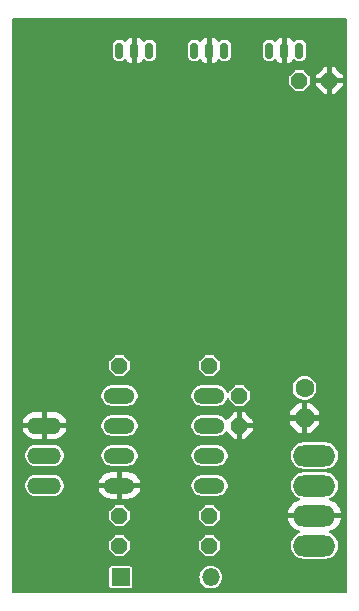
<source format=gbr>
%TF.GenerationSoftware,KiCad,Pcbnew,8.0.6*%
%TF.CreationDate,2025-07-11T22:44:48+02:00*%
%TF.ProjectId,PCF8583 1v4,50434638-3538-4332-9031-76342e6b6963,rev?*%
%TF.SameCoordinates,Original*%
%TF.FileFunction,Copper,L2,Bot*%
%TF.FilePolarity,Positive*%
%FSLAX46Y46*%
G04 Gerber Fmt 4.6, Leading zero omitted, Abs format (unit mm)*
G04 Created by KiCad (PCBNEW 8.0.6) date 2025-07-11 22:44:48*
%MOMM*%
%LPD*%
G01*
G04 APERTURE LIST*
G04 Aperture macros list*
%AMOutline5P*
0 Free polygon, 5 corners , with rotation*
0 The origin of the aperture is its center*
0 number of corners: always 5*
0 $1 to $10 corner X, Y*
0 $11 Rotation angle, in degrees counterclockwise*
0 create outline with 5 corners*
4,1,5,$1,$2,$3,$4,$5,$6,$7,$8,$9,$10,$1,$2,$11*%
%AMOutline6P*
0 Free polygon, 6 corners , with rotation*
0 The origin of the aperture is its center*
0 number of corners: always 6*
0 $1 to $12 corner X, Y*
0 $13 Rotation angle, in degrees counterclockwise*
0 create outline with 6 corners*
4,1,6,$1,$2,$3,$4,$5,$6,$7,$8,$9,$10,$11,$12,$1,$2,$13*%
%AMOutline7P*
0 Free polygon, 7 corners , with rotation*
0 The origin of the aperture is its center*
0 number of corners: always 7*
0 $1 to $14 corner X, Y*
0 $15 Rotation angle, in degrees counterclockwise*
0 create outline with 7 corners*
4,1,7,$1,$2,$3,$4,$5,$6,$7,$8,$9,$10,$11,$12,$13,$14,$1,$2,$15*%
%AMOutline8P*
0 Free polygon, 8 corners , with rotation*
0 The origin of the aperture is its center*
0 number of corners: always 8*
0 $1 to $16 corner X, Y*
0 $17 Rotation angle, in degrees counterclockwise*
0 create outline with 8 corners*
4,1,8,$1,$2,$3,$4,$5,$6,$7,$8,$9,$10,$11,$12,$13,$14,$15,$16,$1,$2,$17*%
G04 Aperture macros list end*
%TA.AperFunction,ComponentPad*%
%ADD10R,1.500000X1.500000*%
%TD*%
%TA.AperFunction,ComponentPad*%
%ADD11O,1.500000X1.500000*%
%TD*%
%TA.AperFunction,ComponentPad*%
%ADD12O,0.700000X1.400000*%
%TD*%
%TA.AperFunction,ComponentPad*%
%ADD13Outline8P,-0.660400X0.273547X-0.273547X0.660400X0.273547X0.660400X0.660400X0.273547X0.660400X-0.273547X0.273547X-0.660400X-0.273547X-0.660400X-0.660400X-0.273547X0.000000*%
%TD*%
%TA.AperFunction,ComponentPad*%
%ADD14Outline8P,-0.660400X0.273547X-0.273547X0.660400X0.273547X0.660400X0.660400X0.273547X0.660400X-0.273547X0.273547X-0.660400X-0.273547X-0.660400X-0.660400X-0.273547X180.000000*%
%TD*%
%TA.AperFunction,ComponentPad*%
%ADD15C,1.600200*%
%TD*%
%TA.AperFunction,ComponentPad*%
%ADD16Outline8P,-0.800100X0.331412X-0.331412X0.800100X0.331412X0.800100X0.800100X0.331412X0.800100X-0.331412X0.331412X-0.800100X-0.331412X-0.800100X-0.800100X-0.331412X270.000000*%
%TD*%
%TA.AperFunction,ComponentPad*%
%ADD17Outline8P,-0.660400X0.273547X-0.273547X0.660400X0.273547X0.660400X0.660400X0.273547X0.660400X-0.273547X0.273547X-0.660400X-0.273547X-0.660400X-0.660400X-0.273547X270.000000*%
%TD*%
%TA.AperFunction,ComponentPad*%
%ADD18O,2.641600X1.320800*%
%TD*%
%TA.AperFunction,ComponentPad*%
%ADD19O,3.600000X1.800000*%
%TD*%
%TA.AperFunction,ComponentPad*%
%ADD20O,2.844800X1.422400*%
%TD*%
%TA.AperFunction,ViaPad*%
%ADD21C,0.600000*%
%TD*%
G04 APERTURE END LIST*
D10*
%TO.P,D1,1*%
%TO.N,VDD*%
X143685000Y-128000000D03*
D11*
%TO.P,D1,2*%
%TO.N,N$1*%
X151305000Y-128000000D03*
%TD*%
D12*
%TO.P,IC4,1*%
%TO.N,VDD*%
X158826100Y-83408600D03*
%TO.P,IC4,2*%
%TO.N,GND*%
X157556100Y-83408600D03*
%TO.P,IC4,3*%
%TO.N,CNT*%
X156286100Y-83408600D03*
%TD*%
D13*
%TO.P,R1,1*%
%TO.N,CNT*%
X143586100Y-110078600D03*
%TO.P,R1,2*%
%TO.N,VDD*%
X151206100Y-110078600D03*
%TD*%
D12*
%TO.P,IC3,1*%
%TO.N,VDD*%
X152476100Y-83408600D03*
%TO.P,IC3,2*%
%TO.N,GND*%
X151206100Y-83408600D03*
%TO.P,IC3,3*%
%TO.N,CNT*%
X149936100Y-83408600D03*
%TD*%
D13*
%TO.P,C2,1*%
%TO.N,VDD*%
X158826100Y-85948600D03*
%TO.P,C2,2*%
%TO.N,GND*%
X161366100Y-85948600D03*
%TD*%
D12*
%TO.P,IC2,1*%
%TO.N,VDD*%
X146126100Y-83408600D03*
%TO.P,IC2,2*%
%TO.N,GND*%
X144856100Y-83408600D03*
%TO.P,IC2,3*%
%TO.N,CNT*%
X143586100Y-83408600D03*
%TD*%
D14*
%TO.P,R2,1*%
%TO.N,SDA*%
X151206100Y-122778600D03*
%TO.P,R2,2*%
%TO.N,VDD*%
X143586100Y-122778600D03*
%TD*%
D15*
%TO.P,C3,+*%
%TO.N,VDD*%
X159250000Y-111980000D03*
D16*
%TO.P,C3,-*%
%TO.N,GND*%
X159250000Y-114520000D03*
%TD*%
D14*
%TO.P,R3,1*%
%TO.N,SCL*%
X151206100Y-125318600D03*
%TO.P,R3,2*%
%TO.N,VDD*%
X143586100Y-125318600D03*
%TD*%
D17*
%TO.P,C1,1*%
%TO.N,VDD*%
X153746100Y-112618600D03*
%TO.P,C1,2*%
%TO.N,GND*%
X153746100Y-115158600D03*
%TD*%
D18*
%TO.P,IC1,1*%
%TO.N,CNT*%
X143586100Y-112618600D03*
%TO.P,IC1,2*%
%TO.N,N/C*%
X143586100Y-115158600D03*
%TO.P,IC1,3*%
%TO.N,N$2*%
X143586100Y-117698600D03*
%TO.P,IC1,4*%
%TO.N,GND*%
X143586100Y-120238600D03*
%TO.P,IC1,5*%
%TO.N,SDA*%
X151206100Y-120238600D03*
%TO.P,IC1,6*%
%TO.N,SCL*%
X151206100Y-117698600D03*
%TO.P,IC1,7*%
%TO.N,N/C*%
X151206100Y-115158600D03*
%TO.P,IC1,8*%
%TO.N,VDD*%
X151206100Y-112618600D03*
%TD*%
D19*
%TO.P,X2,1*%
%TO.N,SCL*%
X160096100Y-117698600D03*
%TO.P,X2,2*%
%TO.N,SDA*%
X160096100Y-120238600D03*
%TO.P,X2,3*%
%TO.N,GND*%
X160096100Y-122778600D03*
%TO.P,X2,4*%
%TO.N,N$1*%
X160096100Y-125318600D03*
%TD*%
D20*
%TO.P,J2,1*%
%TO.N,GND*%
X137236100Y-115158600D03*
%TO.P,J2,2*%
%TO.N,N$2*%
X137236100Y-117698600D03*
%TO.P,J2,3*%
%TO.N,VDD*%
X137236100Y-120238600D03*
%TD*%
D21*
%TO.N,GND*%
X139500000Y-86750000D03*
X139500000Y-85500000D03*
X140750000Y-85500000D03*
%TD*%
%TA.AperFunction,Conductor*%
%TO.N,GND*%
G36*
X162797831Y-80684613D02*
G01*
X162834376Y-80734913D01*
X162839300Y-80766000D01*
X162839300Y-129231200D01*
X162820087Y-129290331D01*
X162769787Y-129326876D01*
X162738700Y-129331800D01*
X134593500Y-129331800D01*
X134534369Y-129312587D01*
X134497824Y-129262287D01*
X134492900Y-129231200D01*
X134492900Y-127229936D01*
X142731300Y-127229936D01*
X142731300Y-128770063D01*
X142743118Y-128829479D01*
X142743119Y-128829480D01*
X142788140Y-128896860D01*
X142855520Y-128941881D01*
X142914936Y-128953700D01*
X142914937Y-128953700D01*
X144455063Y-128953700D01*
X144455064Y-128953700D01*
X144514480Y-128941881D01*
X144581860Y-128896860D01*
X144626881Y-128829480D01*
X144638700Y-128770064D01*
X144638700Y-128000000D01*
X150346685Y-128000000D01*
X150365099Y-128186958D01*
X150365099Y-128186960D01*
X150365100Y-128186963D01*
X150419629Y-128366726D01*
X150419632Y-128366733D01*
X150508185Y-128532404D01*
X150508190Y-128532411D01*
X150627369Y-128677631D01*
X150739998Y-128770063D01*
X150772588Y-128796809D01*
X150772595Y-128796814D01*
X150938266Y-128885367D01*
X150938273Y-128885370D01*
X151084570Y-128929747D01*
X151118042Y-128939901D01*
X151305000Y-128958315D01*
X151491958Y-128939901D01*
X151633847Y-128896860D01*
X151671726Y-128885370D01*
X151671733Y-128885367D01*
X151837404Y-128796814D01*
X151837405Y-128796812D01*
X151837411Y-128796810D01*
X151982631Y-128677631D01*
X152101810Y-128532411D01*
X152190368Y-128366731D01*
X152244901Y-128186958D01*
X152263315Y-128000000D01*
X152244901Y-127813042D01*
X152234747Y-127779570D01*
X152190370Y-127633273D01*
X152190367Y-127633266D01*
X152101814Y-127467595D01*
X152101809Y-127467588D01*
X151982631Y-127322369D01*
X151837411Y-127203190D01*
X151837404Y-127203185D01*
X151671733Y-127114632D01*
X151671726Y-127114629D01*
X151491963Y-127060100D01*
X151491960Y-127060099D01*
X151491958Y-127060099D01*
X151305000Y-127041685D01*
X151118042Y-127060099D01*
X151118040Y-127060099D01*
X151118036Y-127060100D01*
X150938273Y-127114629D01*
X150938266Y-127114632D01*
X150772595Y-127203185D01*
X150772588Y-127203190D01*
X150627369Y-127322369D01*
X150508190Y-127467588D01*
X150508185Y-127467595D01*
X150419632Y-127633266D01*
X150419629Y-127633273D01*
X150365100Y-127813036D01*
X150365099Y-127813040D01*
X150365099Y-127813042D01*
X150346685Y-128000000D01*
X144638700Y-128000000D01*
X144638700Y-127229936D01*
X144626881Y-127170520D01*
X144581860Y-127103140D01*
X144517445Y-127060100D01*
X144514479Y-127058118D01*
X144466882Y-127048650D01*
X144455064Y-127046300D01*
X142914936Y-127046300D01*
X142905078Y-127048260D01*
X142855520Y-127058118D01*
X142788140Y-127103140D01*
X142743118Y-127170520D01*
X142731300Y-127229936D01*
X134492900Y-127229936D01*
X134492900Y-125024988D01*
X142721999Y-125024988D01*
X142721999Y-125612215D01*
X142733817Y-125671625D01*
X142733817Y-125671626D01*
X142733818Y-125671627D01*
X142767475Y-125721998D01*
X143182704Y-126137226D01*
X143233073Y-126170882D01*
X143292488Y-126182700D01*
X143879712Y-126182701D01*
X143939127Y-126170882D01*
X143989498Y-126137225D01*
X144404726Y-125721996D01*
X144438382Y-125671627D01*
X144450200Y-125612212D01*
X144450201Y-125024988D01*
X150341999Y-125024988D01*
X150341999Y-125612215D01*
X150353817Y-125671625D01*
X150353817Y-125671626D01*
X150353818Y-125671627D01*
X150387475Y-125721998D01*
X150802704Y-126137226D01*
X150853073Y-126170882D01*
X150912488Y-126182700D01*
X151499712Y-126182701D01*
X151559127Y-126170882D01*
X151609498Y-126137225D01*
X152024726Y-125721996D01*
X152058382Y-125671627D01*
X152070200Y-125612212D01*
X152070201Y-125024988D01*
X152058382Y-124965573D01*
X152024725Y-124915202D01*
X151609496Y-124499974D01*
X151609494Y-124499972D01*
X151574729Y-124476743D01*
X151559127Y-124466318D01*
X151559126Y-124466317D01*
X151559125Y-124466317D01*
X151499709Y-124454499D01*
X150912484Y-124454499D01*
X150853074Y-124466317D01*
X150802705Y-124499972D01*
X150387474Y-124915204D01*
X150387472Y-124915205D01*
X150353817Y-124965574D01*
X150341999Y-125024988D01*
X144450201Y-125024988D01*
X144438382Y-124965573D01*
X144404725Y-124915202D01*
X143989496Y-124499974D01*
X143989494Y-124499972D01*
X143954729Y-124476743D01*
X143939127Y-124466318D01*
X143939126Y-124466317D01*
X143939125Y-124466317D01*
X143879709Y-124454499D01*
X143292484Y-124454499D01*
X143233074Y-124466317D01*
X143182705Y-124499972D01*
X142767474Y-124915204D01*
X142767472Y-124915205D01*
X142733817Y-124965574D01*
X142721999Y-125024988D01*
X134492900Y-125024988D01*
X134492900Y-122484988D01*
X142721999Y-122484988D01*
X142721999Y-123072215D01*
X142733817Y-123131625D01*
X142733817Y-123131626D01*
X142733818Y-123131627D01*
X142767475Y-123181998D01*
X143182704Y-123597226D01*
X143233073Y-123630882D01*
X143292488Y-123642700D01*
X143879712Y-123642701D01*
X143939127Y-123630882D01*
X143989498Y-123597225D01*
X144404726Y-123181996D01*
X144438382Y-123131627D01*
X144450200Y-123072212D01*
X144450201Y-122484988D01*
X150341999Y-122484988D01*
X150341999Y-123072215D01*
X150353817Y-123131625D01*
X150353817Y-123131626D01*
X150353818Y-123131627D01*
X150387475Y-123181998D01*
X150802704Y-123597226D01*
X150853073Y-123630882D01*
X150912488Y-123642700D01*
X151499712Y-123642701D01*
X151559127Y-123630882D01*
X151609498Y-123597225D01*
X152024726Y-123181996D01*
X152058382Y-123131627D01*
X152070200Y-123072212D01*
X152070201Y-122550400D01*
X157858937Y-122550400D01*
X159536080Y-122550400D01*
X159496100Y-122699609D01*
X159496100Y-122857591D01*
X159536080Y-123006800D01*
X157858937Y-123006800D01*
X157873100Y-123096230D01*
X157873101Y-123096233D01*
X157939074Y-123299277D01*
X158035998Y-123489499D01*
X158036005Y-123489510D01*
X158161494Y-123662233D01*
X158312466Y-123813205D01*
X158485189Y-123938694D01*
X158485200Y-123938701D01*
X158675422Y-124035625D01*
X158829770Y-124085776D01*
X158880070Y-124122321D01*
X158899283Y-124181452D01*
X158880070Y-124240583D01*
X158829771Y-124277128D01*
X158772424Y-124295761D01*
X158617634Y-124374631D01*
X158477089Y-124476743D01*
X158354243Y-124599589D01*
X158252131Y-124740134D01*
X158173260Y-124894925D01*
X158119579Y-125060140D01*
X158119576Y-125060154D01*
X158092400Y-125231732D01*
X158092400Y-125405467D01*
X158119576Y-125577045D01*
X158119579Y-125577059D01*
X158173260Y-125742274D01*
X158252131Y-125897065D01*
X158354243Y-126037610D01*
X158477089Y-126160456D01*
X158617634Y-126262568D01*
X158617633Y-126262568D01*
X158772425Y-126341439D01*
X158937640Y-126395120D01*
X158937642Y-126395120D01*
X158937650Y-126395123D01*
X159109232Y-126422299D01*
X159109234Y-126422300D01*
X159109237Y-126422300D01*
X161082966Y-126422300D01*
X161082966Y-126422299D01*
X161254550Y-126395123D01*
X161419774Y-126341439D01*
X161574565Y-126262569D01*
X161715112Y-126160455D01*
X161837955Y-126037612D01*
X161940069Y-125897065D01*
X162018939Y-125742274D01*
X162072623Y-125577050D01*
X162099800Y-125405463D01*
X162099800Y-125231737D01*
X162099800Y-125231733D01*
X162099799Y-125231732D01*
X162072623Y-125060150D01*
X162072620Y-125060140D01*
X162018939Y-124894925D01*
X161940068Y-124740134D01*
X161837956Y-124599589D01*
X161715110Y-124476743D01*
X161574565Y-124374631D01*
X161574566Y-124374631D01*
X161419774Y-124295760D01*
X161362429Y-124277128D01*
X161312129Y-124240583D01*
X161292916Y-124181452D01*
X161312129Y-124122321D01*
X161362429Y-124085776D01*
X161516777Y-124035625D01*
X161706999Y-123938701D01*
X161707010Y-123938694D01*
X161879733Y-123813205D01*
X162030705Y-123662233D01*
X162156194Y-123489510D01*
X162156201Y-123489499D01*
X162253125Y-123299277D01*
X162319098Y-123096233D01*
X162319099Y-123096230D01*
X162333263Y-123006800D01*
X160656120Y-123006800D01*
X160696100Y-122857591D01*
X160696100Y-122699609D01*
X160656120Y-122550400D01*
X162333263Y-122550400D01*
X162319099Y-122460969D01*
X162319098Y-122460966D01*
X162253125Y-122257922D01*
X162156201Y-122067700D01*
X162156194Y-122067689D01*
X162030705Y-121894966D01*
X161879733Y-121743994D01*
X161707010Y-121618505D01*
X161706999Y-121618498D01*
X161516778Y-121521575D01*
X161362428Y-121471423D01*
X161312129Y-121434878D01*
X161292916Y-121375746D01*
X161312129Y-121316615D01*
X161362428Y-121280071D01*
X161419774Y-121261439D01*
X161574565Y-121182569D01*
X161715112Y-121080455D01*
X161837955Y-120957612D01*
X161940069Y-120817065D01*
X162018939Y-120662274D01*
X162072623Y-120497050D01*
X162099800Y-120325463D01*
X162099800Y-120151737D01*
X162099800Y-120151733D01*
X162099799Y-120151732D01*
X162099286Y-120148490D01*
X162072623Y-119980150D01*
X162018939Y-119814926D01*
X162018939Y-119814925D01*
X161954149Y-119687769D01*
X161940069Y-119660135D01*
X161872700Y-119567410D01*
X161837956Y-119519589D01*
X161715110Y-119396743D01*
X161574565Y-119294631D01*
X161574566Y-119294631D01*
X161419774Y-119215760D01*
X161254559Y-119162079D01*
X161254545Y-119162076D01*
X161082967Y-119134900D01*
X161082963Y-119134900D01*
X159109237Y-119134900D01*
X159109233Y-119134900D01*
X158937654Y-119162076D01*
X158937640Y-119162079D01*
X158772425Y-119215760D01*
X158617634Y-119294631D01*
X158477089Y-119396743D01*
X158354243Y-119519589D01*
X158252131Y-119660134D01*
X158173260Y-119814925D01*
X158119579Y-119980140D01*
X158119576Y-119980154D01*
X158092400Y-120151732D01*
X158092400Y-120325467D01*
X158119576Y-120497045D01*
X158119579Y-120497059D01*
X158173260Y-120662274D01*
X158252131Y-120817065D01*
X158354243Y-120957610D01*
X158477089Y-121080456D01*
X158617634Y-121182568D01*
X158617633Y-121182568D01*
X158772421Y-121261437D01*
X158772423Y-121261437D01*
X158772426Y-121261439D01*
X158829770Y-121280071D01*
X158880070Y-121316615D01*
X158899283Y-121375746D01*
X158880071Y-121434878D01*
X158829771Y-121471423D01*
X158675421Y-121521575D01*
X158485200Y-121618498D01*
X158485189Y-121618505D01*
X158312466Y-121743994D01*
X158161494Y-121894966D01*
X158036005Y-122067689D01*
X158035998Y-122067700D01*
X157939074Y-122257922D01*
X157873101Y-122460966D01*
X157873100Y-122460969D01*
X157858937Y-122550400D01*
X152070201Y-122550400D01*
X152070201Y-122484988D01*
X152058382Y-122425573D01*
X152024725Y-122375202D01*
X151609496Y-121959974D01*
X151609494Y-121959972D01*
X151576068Y-121937637D01*
X151559127Y-121926318D01*
X151559126Y-121926317D01*
X151559125Y-121926317D01*
X151499709Y-121914499D01*
X150912484Y-121914499D01*
X150853074Y-121926317D01*
X150802705Y-121959972D01*
X150387474Y-122375204D01*
X150387472Y-122375205D01*
X150353817Y-122425574D01*
X150341999Y-122484988D01*
X144450201Y-122484988D01*
X144438382Y-122425573D01*
X144404725Y-122375202D01*
X143989496Y-121959974D01*
X143989494Y-121959972D01*
X143956068Y-121937637D01*
X143939127Y-121926318D01*
X143939126Y-121926317D01*
X143939125Y-121926317D01*
X143879709Y-121914499D01*
X143292484Y-121914499D01*
X143233074Y-121926317D01*
X143182705Y-121959972D01*
X142767474Y-122375204D01*
X142767472Y-122375205D01*
X142733817Y-122425574D01*
X142721999Y-122484988D01*
X134492900Y-122484988D01*
X134492900Y-120148490D01*
X135610000Y-120148490D01*
X135610000Y-120328709D01*
X135645159Y-120505469D01*
X135714124Y-120671964D01*
X135714126Y-120671968D01*
X135764527Y-120747398D01*
X135814249Y-120821813D01*
X135814251Y-120821815D01*
X135941685Y-120949249D01*
X136091532Y-121049374D01*
X136140101Y-121069492D01*
X136258030Y-121118340D01*
X136258031Y-121118340D01*
X136258033Y-121118341D01*
X136434790Y-121153500D01*
X136434791Y-121153500D01*
X138037409Y-121153500D01*
X138037410Y-121153500D01*
X138214167Y-121118341D01*
X138380668Y-121049374D01*
X138530515Y-120949249D01*
X138657949Y-120821815D01*
X138758074Y-120671968D01*
X138827041Y-120505467D01*
X138862200Y-120328710D01*
X138862200Y-120148490D01*
X138834732Y-120010400D01*
X141831124Y-120010400D01*
X143248581Y-120010400D01*
X143207395Y-120081735D01*
X143179700Y-120185096D01*
X143179700Y-120292104D01*
X143207395Y-120395465D01*
X143248581Y-120466800D01*
X141831124Y-120466800D01*
X141836401Y-120500124D01*
X141836402Y-120500127D01*
X141890720Y-120667301D01*
X141890721Y-120667303D01*
X141970524Y-120823927D01*
X141970527Y-120823931D01*
X142073851Y-120966144D01*
X142198155Y-121090448D01*
X142340368Y-121193772D01*
X142340372Y-121193775D01*
X142496996Y-121273578D01*
X142496998Y-121273579D01*
X142664172Y-121327897D01*
X142664186Y-121327900D01*
X142837801Y-121355399D01*
X142837803Y-121355400D01*
X143357900Y-121355400D01*
X143357900Y-120576119D01*
X143429235Y-120617305D01*
X143532596Y-120645000D01*
X143639604Y-120645000D01*
X143742965Y-120617305D01*
X143814300Y-120576119D01*
X143814300Y-121355400D01*
X144334397Y-121355400D01*
X144334398Y-121355399D01*
X144508013Y-121327900D01*
X144508027Y-121327897D01*
X144675201Y-121273579D01*
X144675203Y-121273578D01*
X144831827Y-121193775D01*
X144831831Y-121193772D01*
X144974044Y-121090448D01*
X145098348Y-120966144D01*
X145201672Y-120823931D01*
X145201675Y-120823927D01*
X145281478Y-120667303D01*
X145281479Y-120667301D01*
X145335797Y-120500127D01*
X145335798Y-120500124D01*
X145341076Y-120466800D01*
X143923619Y-120466800D01*
X143964805Y-120395465D01*
X143992500Y-120292104D01*
X143992500Y-120185096D01*
X143984032Y-120153494D01*
X149681600Y-120153494D01*
X149681600Y-120323706D01*
X149692669Y-120379353D01*
X149714807Y-120490651D01*
X149779943Y-120647900D01*
X149779947Y-120647909D01*
X149874508Y-120789430D01*
X149994869Y-120909791D01*
X150136390Y-121004352D01*
X150136391Y-121004352D01*
X150136395Y-121004355D01*
X150245080Y-121049374D01*
X150293648Y-121069492D01*
X150293649Y-121069492D01*
X150293651Y-121069493D01*
X150460594Y-121102700D01*
X150460595Y-121102700D01*
X151951605Y-121102700D01*
X151951606Y-121102700D01*
X152118549Y-121069493D01*
X152275805Y-121004355D01*
X152417332Y-120909790D01*
X152537690Y-120789432D01*
X152632255Y-120647905D01*
X152697393Y-120490649D01*
X152730600Y-120323706D01*
X152730600Y-120153494D01*
X152697393Y-119986551D01*
X152694737Y-119980140D01*
X152633458Y-119832200D01*
X152632255Y-119829295D01*
X152622653Y-119814925D01*
X152537691Y-119687769D01*
X152417330Y-119567408D01*
X152275809Y-119472847D01*
X152275800Y-119472843D01*
X152118551Y-119407707D01*
X152007253Y-119385569D01*
X151951606Y-119374500D01*
X150460594Y-119374500D01*
X150418858Y-119382801D01*
X150293648Y-119407707D01*
X150136399Y-119472843D01*
X150136390Y-119472847D01*
X149994869Y-119567408D01*
X149994868Y-119567410D01*
X149874510Y-119687768D01*
X149874508Y-119687769D01*
X149779947Y-119829290D01*
X149779943Y-119829299D01*
X149714807Y-119986548D01*
X149682595Y-120148490D01*
X149681600Y-120153494D01*
X143984032Y-120153494D01*
X143964805Y-120081735D01*
X143923619Y-120010400D01*
X145341076Y-120010400D01*
X145335798Y-119977075D01*
X145335797Y-119977072D01*
X145281479Y-119809898D01*
X145281478Y-119809896D01*
X145201675Y-119653272D01*
X145201672Y-119653268D01*
X145098348Y-119511055D01*
X144974044Y-119386751D01*
X144831831Y-119283427D01*
X144831827Y-119283424D01*
X144675203Y-119203621D01*
X144675201Y-119203620D01*
X144508027Y-119149302D01*
X144508013Y-119149299D01*
X144334398Y-119121800D01*
X143814300Y-119121800D01*
X143814300Y-119901080D01*
X143742965Y-119859895D01*
X143639604Y-119832200D01*
X143532596Y-119832200D01*
X143429235Y-119859895D01*
X143357900Y-119901080D01*
X143357900Y-119121800D01*
X142837802Y-119121800D01*
X142664186Y-119149299D01*
X142664172Y-119149302D01*
X142496998Y-119203620D01*
X142496996Y-119203621D01*
X142340372Y-119283424D01*
X142340368Y-119283427D01*
X142198155Y-119386751D01*
X142073851Y-119511055D01*
X141970527Y-119653268D01*
X141970524Y-119653272D01*
X141890721Y-119809896D01*
X141890720Y-119809898D01*
X141836402Y-119977072D01*
X141836401Y-119977075D01*
X141831124Y-120010400D01*
X138834732Y-120010400D01*
X138827041Y-119971733D01*
X138758074Y-119805232D01*
X138657949Y-119655385D01*
X138530515Y-119527951D01*
X138530513Y-119527949D01*
X138448040Y-119472843D01*
X138380668Y-119427826D01*
X138380665Y-119427824D01*
X138380664Y-119427824D01*
X138214169Y-119358859D01*
X138096329Y-119335419D01*
X138037410Y-119323700D01*
X136434790Y-119323700D01*
X136390600Y-119332489D01*
X136258030Y-119358859D01*
X136091535Y-119427824D01*
X135941686Y-119527949D01*
X135941685Y-119527951D01*
X135814251Y-119655385D01*
X135814249Y-119655386D01*
X135714124Y-119805235D01*
X135645159Y-119971730D01*
X135610000Y-120148490D01*
X134492900Y-120148490D01*
X134492900Y-117608490D01*
X135610000Y-117608490D01*
X135610000Y-117788709D01*
X135645159Y-117965469D01*
X135714124Y-118131964D01*
X135714126Y-118131968D01*
X135764527Y-118207398D01*
X135814249Y-118281813D01*
X135814251Y-118281815D01*
X135941685Y-118409249D01*
X136091532Y-118509374D01*
X136140101Y-118529492D01*
X136258030Y-118578340D01*
X136258031Y-118578340D01*
X136258033Y-118578341D01*
X136434790Y-118613500D01*
X136434791Y-118613500D01*
X138037409Y-118613500D01*
X138037410Y-118613500D01*
X138214167Y-118578341D01*
X138380668Y-118509374D01*
X138530515Y-118409249D01*
X138657949Y-118281815D01*
X138758074Y-118131968D01*
X138827041Y-117965467D01*
X138862200Y-117788710D01*
X138862200Y-117613494D01*
X142061600Y-117613494D01*
X142061600Y-117783706D01*
X142072669Y-117839353D01*
X142094807Y-117950651D01*
X142159943Y-118107900D01*
X142159947Y-118107909D01*
X142254508Y-118249430D01*
X142374869Y-118369791D01*
X142516390Y-118464352D01*
X142516391Y-118464352D01*
X142516395Y-118464355D01*
X142625080Y-118509374D01*
X142673648Y-118529492D01*
X142673649Y-118529492D01*
X142673651Y-118529493D01*
X142840594Y-118562700D01*
X142840595Y-118562700D01*
X144331605Y-118562700D01*
X144331606Y-118562700D01*
X144498549Y-118529493D01*
X144655805Y-118464355D01*
X144797332Y-118369790D01*
X144917690Y-118249432D01*
X145012255Y-118107905D01*
X145077393Y-117950649D01*
X145110600Y-117783706D01*
X145110600Y-117613494D01*
X149681600Y-117613494D01*
X149681600Y-117783706D01*
X149692669Y-117839353D01*
X149714807Y-117950651D01*
X149779943Y-118107900D01*
X149779947Y-118107909D01*
X149874508Y-118249430D01*
X149994869Y-118369791D01*
X150136390Y-118464352D01*
X150136391Y-118464352D01*
X150136395Y-118464355D01*
X150245080Y-118509374D01*
X150293648Y-118529492D01*
X150293649Y-118529492D01*
X150293651Y-118529493D01*
X150460594Y-118562700D01*
X150460595Y-118562700D01*
X151951605Y-118562700D01*
X151951606Y-118562700D01*
X152118549Y-118529493D01*
X152275805Y-118464355D01*
X152417332Y-118369790D01*
X152537690Y-118249432D01*
X152632255Y-118107905D01*
X152697393Y-117950649D01*
X152730600Y-117783706D01*
X152730600Y-117613494D01*
X152730250Y-117611732D01*
X158092400Y-117611732D01*
X158092400Y-117785467D01*
X158119576Y-117957045D01*
X158119579Y-117957059D01*
X158173260Y-118122274D01*
X158252131Y-118277065D01*
X158354243Y-118417610D01*
X158477089Y-118540456D01*
X158617634Y-118642568D01*
X158617633Y-118642568D01*
X158772425Y-118721439D01*
X158937640Y-118775120D01*
X158937642Y-118775120D01*
X158937650Y-118775123D01*
X159109232Y-118802299D01*
X159109234Y-118802300D01*
X159109237Y-118802300D01*
X161082966Y-118802300D01*
X161082966Y-118802299D01*
X161254550Y-118775123D01*
X161419774Y-118721439D01*
X161574565Y-118642569D01*
X161715112Y-118540455D01*
X161837955Y-118417612D01*
X161940069Y-118277065D01*
X162018939Y-118122274D01*
X162072623Y-117957050D01*
X162099800Y-117785463D01*
X162099800Y-117611737D01*
X162099800Y-117611733D01*
X162099799Y-117611732D01*
X162099286Y-117608490D01*
X162072623Y-117440150D01*
X162018939Y-117274926D01*
X162018939Y-117274925D01*
X161954149Y-117147769D01*
X161940069Y-117120135D01*
X161872700Y-117027410D01*
X161837956Y-116979589D01*
X161715110Y-116856743D01*
X161574565Y-116754631D01*
X161574566Y-116754631D01*
X161419774Y-116675760D01*
X161254559Y-116622079D01*
X161254545Y-116622076D01*
X161082967Y-116594900D01*
X161082963Y-116594900D01*
X159109237Y-116594900D01*
X159109233Y-116594900D01*
X158937654Y-116622076D01*
X158937640Y-116622079D01*
X158772425Y-116675760D01*
X158617634Y-116754631D01*
X158477089Y-116856743D01*
X158354243Y-116979589D01*
X158252131Y-117120134D01*
X158173260Y-117274925D01*
X158119579Y-117440140D01*
X158119576Y-117440154D01*
X158092400Y-117611732D01*
X152730250Y-117611732D01*
X152697393Y-117446551D01*
X152694737Y-117440140D01*
X152679821Y-117404129D01*
X152632255Y-117289295D01*
X152622653Y-117274925D01*
X152537691Y-117147769D01*
X152417330Y-117027408D01*
X152275809Y-116932847D01*
X152275800Y-116932843D01*
X152118551Y-116867707D01*
X152007253Y-116845569D01*
X151951606Y-116834500D01*
X150460594Y-116834500D01*
X150418858Y-116842801D01*
X150293648Y-116867707D01*
X150136399Y-116932843D01*
X150136390Y-116932847D01*
X149994869Y-117027408D01*
X149994868Y-117027410D01*
X149874510Y-117147768D01*
X149874508Y-117147769D01*
X149779947Y-117289290D01*
X149779943Y-117289299D01*
X149714807Y-117446548D01*
X149682595Y-117608490D01*
X149681600Y-117613494D01*
X145110600Y-117613494D01*
X145077393Y-117446551D01*
X145074737Y-117440140D01*
X145059821Y-117404129D01*
X145012255Y-117289295D01*
X145002653Y-117274925D01*
X144917691Y-117147769D01*
X144797330Y-117027408D01*
X144655809Y-116932847D01*
X144655800Y-116932843D01*
X144498551Y-116867707D01*
X144387253Y-116845569D01*
X144331606Y-116834500D01*
X142840594Y-116834500D01*
X142798858Y-116842801D01*
X142673648Y-116867707D01*
X142516399Y-116932843D01*
X142516390Y-116932847D01*
X142374869Y-117027408D01*
X142374868Y-117027410D01*
X142254510Y-117147768D01*
X142254508Y-117147769D01*
X142159947Y-117289290D01*
X142159943Y-117289299D01*
X142094807Y-117446548D01*
X142062595Y-117608490D01*
X142061600Y-117613494D01*
X138862200Y-117613494D01*
X138862200Y-117608490D01*
X138827041Y-117431733D01*
X138758074Y-117265232D01*
X138657949Y-117115385D01*
X138530515Y-116987951D01*
X138530513Y-116987949D01*
X138448040Y-116932843D01*
X138380668Y-116887826D01*
X138380665Y-116887824D01*
X138380664Y-116887824D01*
X138214169Y-116818859D01*
X138096329Y-116795419D01*
X138037410Y-116783700D01*
X136434790Y-116783700D01*
X136390600Y-116792489D01*
X136258030Y-116818859D01*
X136091535Y-116887824D01*
X135941686Y-116987949D01*
X135941685Y-116987951D01*
X135814251Y-117115385D01*
X135814249Y-117115386D01*
X135714124Y-117265235D01*
X135645159Y-117431730D01*
X135610000Y-117608490D01*
X134492900Y-117608490D01*
X134492900Y-114930400D01*
X135378891Y-114930400D01*
X136839923Y-114930400D01*
X136810058Y-114982127D01*
X136778900Y-115098408D01*
X136778900Y-115218792D01*
X136810058Y-115335073D01*
X136839923Y-115386800D01*
X135378891Y-115386800D01*
X135386052Y-115432020D01*
X135386053Y-115432023D01*
X135442843Y-115606805D01*
X135442844Y-115606807D01*
X135526276Y-115770552D01*
X135526279Y-115770556D01*
X135634303Y-115919238D01*
X135764261Y-116049196D01*
X135912943Y-116157220D01*
X135912947Y-116157223D01*
X136076692Y-116240655D01*
X136076694Y-116240656D01*
X136251476Y-116297446D01*
X136251490Y-116297449D01*
X136433003Y-116326199D01*
X136433005Y-116326200D01*
X137007900Y-116326200D01*
X137007900Y-115554777D01*
X137059627Y-115584642D01*
X137175908Y-115615800D01*
X137296292Y-115615800D01*
X137412573Y-115584642D01*
X137464300Y-115554777D01*
X137464300Y-116326200D01*
X138039195Y-116326200D01*
X138039196Y-116326199D01*
X138220709Y-116297449D01*
X138220723Y-116297446D01*
X138395505Y-116240656D01*
X138395507Y-116240655D01*
X138559252Y-116157223D01*
X138559256Y-116157220D01*
X138707938Y-116049196D01*
X138837896Y-115919238D01*
X138945920Y-115770556D01*
X138945923Y-115770552D01*
X139029355Y-115606807D01*
X139029356Y-115606805D01*
X139086146Y-115432023D01*
X139086147Y-115432020D01*
X139093309Y-115386800D01*
X137632277Y-115386800D01*
X137662142Y-115335073D01*
X137693300Y-115218792D01*
X137693300Y-115098408D01*
X137686624Y-115073494D01*
X142061600Y-115073494D01*
X142061600Y-115243705D01*
X142094807Y-115410651D01*
X142159943Y-115567900D01*
X142159947Y-115567909D01*
X142254508Y-115709430D01*
X142374869Y-115829791D01*
X142516390Y-115924352D01*
X142516391Y-115924352D01*
X142516395Y-115924355D01*
X142631229Y-115971921D01*
X142673648Y-115989492D01*
X142673649Y-115989492D01*
X142673651Y-115989493D01*
X142840594Y-116022700D01*
X142840595Y-116022700D01*
X144331605Y-116022700D01*
X144331606Y-116022700D01*
X144498549Y-115989493D01*
X144655805Y-115924355D01*
X144797332Y-115829790D01*
X144917690Y-115709432D01*
X145012255Y-115567905D01*
X145077393Y-115410649D01*
X145110600Y-115243706D01*
X145110600Y-115073494D01*
X149681600Y-115073494D01*
X149681600Y-115243705D01*
X149714807Y-115410651D01*
X149779943Y-115567900D01*
X149779947Y-115567909D01*
X149874508Y-115709430D01*
X149994869Y-115829791D01*
X150136390Y-115924352D01*
X150136391Y-115924352D01*
X150136395Y-115924355D01*
X150251229Y-115971921D01*
X150293648Y-115989492D01*
X150293649Y-115989492D01*
X150293651Y-115989493D01*
X150460594Y-116022700D01*
X150460595Y-116022700D01*
X151951605Y-116022700D01*
X151951606Y-116022700D01*
X152118549Y-115989493D01*
X152275805Y-115924355D01*
X152417332Y-115829790D01*
X152537690Y-115709432D01*
X152544872Y-115698681D01*
X152593693Y-115660190D01*
X152655819Y-115657745D01*
X152707518Y-115692284D01*
X152707754Y-115692585D01*
X152733134Y-115725028D01*
X152733141Y-115725036D01*
X153179675Y-116171568D01*
X153179682Y-116171574D01*
X153234343Y-116214334D01*
X153361450Y-116266983D01*
X153430346Y-116275399D01*
X153430351Y-116275400D01*
X153517900Y-116275400D01*
X153517900Y-115496119D01*
X153589235Y-115537305D01*
X153692596Y-115565000D01*
X153799604Y-115565000D01*
X153902965Y-115537305D01*
X153974300Y-115496119D01*
X153974300Y-116275400D01*
X154061847Y-116275400D01*
X154130752Y-116266982D01*
X154130754Y-116266982D01*
X154257857Y-116214334D01*
X154312528Y-116171565D01*
X154312536Y-116171558D01*
X154759068Y-115725024D01*
X154759074Y-115725017D01*
X154801834Y-115670356D01*
X154854483Y-115543249D01*
X154862899Y-115474353D01*
X154862900Y-115474348D01*
X154862900Y-115386800D01*
X154083619Y-115386800D01*
X154124805Y-115315465D01*
X154152500Y-115212104D01*
X154152500Y-115105096D01*
X154124805Y-115001735D01*
X154083619Y-114930400D01*
X154862901Y-114930400D01*
X154862901Y-114842860D01*
X154862900Y-114842857D01*
X154854482Y-114773947D01*
X154854482Y-114773945D01*
X154843818Y-114748200D01*
X157993499Y-114748200D01*
X157993499Y-114893607D01*
X158001917Y-114962517D01*
X158001917Y-114962519D01*
X158054565Y-115089622D01*
X158097334Y-115144293D01*
X158097341Y-115144301D01*
X158625710Y-115672668D01*
X158625717Y-115672674D01*
X158680378Y-115715434D01*
X158807485Y-115768083D01*
X158876381Y-115776499D01*
X158876386Y-115776500D01*
X159021800Y-115776500D01*
X159021800Y-114857519D01*
X159093135Y-114898705D01*
X159196496Y-114926400D01*
X159303504Y-114926400D01*
X159406865Y-114898705D01*
X159478200Y-114857519D01*
X159478200Y-115776500D01*
X159623612Y-115776500D01*
X159692517Y-115768082D01*
X159692519Y-115768082D01*
X159819622Y-115715434D01*
X159874293Y-115672665D01*
X159874301Y-115672658D01*
X160402668Y-115144289D01*
X160402674Y-115144282D01*
X160445434Y-115089621D01*
X160498083Y-114962514D01*
X160506499Y-114893618D01*
X160506500Y-114893613D01*
X160506500Y-114748200D01*
X159587519Y-114748200D01*
X159628705Y-114676865D01*
X159656400Y-114573504D01*
X159656400Y-114466496D01*
X159628705Y-114363135D01*
X159587519Y-114291800D01*
X160506501Y-114291800D01*
X160506501Y-114146395D01*
X160506500Y-114146392D01*
X160498082Y-114077482D01*
X160498082Y-114077480D01*
X160445434Y-113950377D01*
X160402665Y-113895706D01*
X160402658Y-113895698D01*
X159874289Y-113367331D01*
X159874282Y-113367325D01*
X159819621Y-113324565D01*
X159692514Y-113271916D01*
X159623618Y-113263500D01*
X159623613Y-113263499D01*
X159478200Y-113263499D01*
X159478200Y-114182480D01*
X159406865Y-114141295D01*
X159303504Y-114113600D01*
X159196496Y-114113600D01*
X159093135Y-114141295D01*
X159021800Y-114182480D01*
X159021800Y-113263499D01*
X158876392Y-113263499D01*
X158807482Y-113271917D01*
X158807480Y-113271917D01*
X158680377Y-113324565D01*
X158625706Y-113367334D01*
X158625698Y-113367341D01*
X158097331Y-113895710D01*
X158097325Y-113895717D01*
X158054565Y-113950378D01*
X158001916Y-114077485D01*
X157993500Y-114146381D01*
X157993500Y-114291800D01*
X158912481Y-114291800D01*
X158871295Y-114363135D01*
X158843600Y-114466496D01*
X158843600Y-114573504D01*
X158871295Y-114676865D01*
X158912481Y-114748200D01*
X157993499Y-114748200D01*
X154843818Y-114748200D01*
X154801834Y-114646842D01*
X154759065Y-114592171D01*
X154759058Y-114592163D01*
X154312524Y-114145631D01*
X154312517Y-114145625D01*
X154257856Y-114102865D01*
X154130749Y-114050216D01*
X154061854Y-114041800D01*
X154061849Y-114041799D01*
X153974300Y-114041799D01*
X153974300Y-114821080D01*
X153902965Y-114779895D01*
X153799604Y-114752200D01*
X153692596Y-114752200D01*
X153589235Y-114779895D01*
X153517900Y-114821080D01*
X153517900Y-114041799D01*
X153430357Y-114041799D01*
X153361447Y-114050217D01*
X153361445Y-114050217D01*
X153234342Y-114102865D01*
X153179671Y-114145634D01*
X153179663Y-114145641D01*
X152733131Y-114592175D01*
X152733123Y-114592184D01*
X152707754Y-114624614D01*
X152656187Y-114659349D01*
X152594053Y-114657140D01*
X152545083Y-114618832D01*
X152545009Y-114618722D01*
X152537690Y-114607768D01*
X152417332Y-114487410D01*
X152417330Y-114487408D01*
X152275809Y-114392847D01*
X152275800Y-114392843D01*
X152118551Y-114327707D01*
X152007253Y-114305569D01*
X151951606Y-114294500D01*
X150460594Y-114294500D01*
X150418858Y-114302801D01*
X150293648Y-114327707D01*
X150136399Y-114392843D01*
X150136390Y-114392847D01*
X149994869Y-114487408D01*
X149994868Y-114487410D01*
X149874510Y-114607768D01*
X149874508Y-114607769D01*
X149779947Y-114749290D01*
X149779943Y-114749299D01*
X149714807Y-114906548D01*
X149681600Y-115073494D01*
X145110600Y-115073494D01*
X145077393Y-114906551D01*
X145072031Y-114893607D01*
X145013458Y-114752200D01*
X145012255Y-114749295D01*
X145011523Y-114748200D01*
X144917691Y-114607769D01*
X144797330Y-114487408D01*
X144655809Y-114392847D01*
X144655800Y-114392843D01*
X144498551Y-114327707D01*
X144387253Y-114305569D01*
X144331606Y-114294500D01*
X142840594Y-114294500D01*
X142798858Y-114302801D01*
X142673648Y-114327707D01*
X142516399Y-114392843D01*
X142516390Y-114392847D01*
X142374869Y-114487408D01*
X142374868Y-114487410D01*
X142254510Y-114607768D01*
X142254508Y-114607769D01*
X142159947Y-114749290D01*
X142159943Y-114749299D01*
X142094807Y-114906548D01*
X142061600Y-115073494D01*
X137686624Y-115073494D01*
X137662142Y-114982127D01*
X137632277Y-114930400D01*
X139093309Y-114930400D01*
X139086147Y-114885179D01*
X139086146Y-114885176D01*
X139029356Y-114710394D01*
X139029355Y-114710392D01*
X138945923Y-114546647D01*
X138945920Y-114546643D01*
X138837896Y-114397961D01*
X138707938Y-114268003D01*
X138559256Y-114159979D01*
X138559252Y-114159976D01*
X138395507Y-114076544D01*
X138395505Y-114076543D01*
X138220723Y-114019753D01*
X138220709Y-114019750D01*
X138039196Y-113991000D01*
X137464300Y-113991000D01*
X137464300Y-114762422D01*
X137412573Y-114732558D01*
X137296292Y-114701400D01*
X137175908Y-114701400D01*
X137059627Y-114732558D01*
X137007900Y-114762422D01*
X137007900Y-113991000D01*
X136433004Y-113991000D01*
X136251490Y-114019750D01*
X136251476Y-114019753D01*
X136076694Y-114076543D01*
X136076692Y-114076544D01*
X135912947Y-114159976D01*
X135912943Y-114159979D01*
X135764261Y-114268003D01*
X135634303Y-114397961D01*
X135526279Y-114546643D01*
X135526276Y-114546647D01*
X135442844Y-114710392D01*
X135442843Y-114710394D01*
X135386053Y-114885176D01*
X135386052Y-114885179D01*
X135378891Y-114930400D01*
X134492900Y-114930400D01*
X134492900Y-112533494D01*
X142061600Y-112533494D01*
X142061600Y-112703705D01*
X142094807Y-112870651D01*
X142159943Y-113027900D01*
X142159947Y-113027909D01*
X142254508Y-113169430D01*
X142374869Y-113289791D01*
X142516390Y-113384352D01*
X142516391Y-113384352D01*
X142516395Y-113384355D01*
X142631229Y-113431921D01*
X142673648Y-113449492D01*
X142673649Y-113449492D01*
X142673651Y-113449493D01*
X142840594Y-113482700D01*
X142840595Y-113482700D01*
X144331605Y-113482700D01*
X144331606Y-113482700D01*
X144498549Y-113449493D01*
X144655805Y-113384355D01*
X144797332Y-113289790D01*
X144917690Y-113169432D01*
X145012255Y-113027905D01*
X145077393Y-112870649D01*
X145110600Y-112703706D01*
X145110600Y-112533494D01*
X149681600Y-112533494D01*
X149681600Y-112703705D01*
X149714807Y-112870651D01*
X149779943Y-113027900D01*
X149779947Y-113027909D01*
X149874508Y-113169430D01*
X149994869Y-113289791D01*
X150136390Y-113384352D01*
X150136391Y-113384352D01*
X150136395Y-113384355D01*
X150251229Y-113431921D01*
X150293648Y-113449492D01*
X150293649Y-113449492D01*
X150293651Y-113449493D01*
X150460594Y-113482700D01*
X150460595Y-113482700D01*
X151951605Y-113482700D01*
X151951606Y-113482700D01*
X152118549Y-113449493D01*
X152275805Y-113384355D01*
X152417332Y-113289790D01*
X152537690Y-113169432D01*
X152632255Y-113027905D01*
X152689612Y-112889432D01*
X152729991Y-112842155D01*
X152790447Y-112827641D01*
X152847888Y-112851434D01*
X152880374Y-112904446D01*
X152881221Y-112908303D01*
X152893817Y-112971626D01*
X152893818Y-112971627D01*
X152927475Y-113021998D01*
X153342704Y-113437226D01*
X153393073Y-113470882D01*
X153452488Y-113482700D01*
X154039712Y-113482701D01*
X154099127Y-113470882D01*
X154149498Y-113437225D01*
X154564726Y-113021996D01*
X154598382Y-112971627D01*
X154610200Y-112912212D01*
X154610201Y-112324988D01*
X154598382Y-112265573D01*
X154564725Y-112215202D01*
X154329522Y-111980000D01*
X158241343Y-111980000D01*
X158260724Y-112176779D01*
X158260724Y-112176781D01*
X158260725Y-112176784D01*
X158318119Y-112365990D01*
X158318122Y-112365998D01*
X158411327Y-112540373D01*
X158411332Y-112540380D01*
X158536772Y-112693228D01*
X158689619Y-112818667D01*
X158689626Y-112818672D01*
X158864001Y-112911877D01*
X158864009Y-112911880D01*
X159001882Y-112953702D01*
X159053221Y-112969276D01*
X159250000Y-112988657D01*
X159446779Y-112969276D01*
X159584657Y-112927451D01*
X159635990Y-112911880D01*
X159635992Y-112911879D01*
X159635996Y-112911878D01*
X159635998Y-112911877D01*
X159810373Y-112818672D01*
X159810374Y-112818670D01*
X159810380Y-112818668D01*
X159963228Y-112693228D01*
X160088668Y-112540380D01*
X160158800Y-112409173D01*
X160181877Y-112365998D01*
X160181880Y-112365990D01*
X160212341Y-112265573D01*
X160239276Y-112176779D01*
X160258657Y-111980000D01*
X160239276Y-111783221D01*
X160181878Y-111594004D01*
X160181877Y-111594001D01*
X160088672Y-111419626D01*
X160088667Y-111419619D01*
X159963228Y-111266772D01*
X159810380Y-111141332D01*
X159810373Y-111141327D01*
X159635998Y-111048122D01*
X159635990Y-111048119D01*
X159446784Y-110990725D01*
X159446781Y-110990724D01*
X159446779Y-110990724D01*
X159250000Y-110971343D01*
X159053221Y-110990724D01*
X159053219Y-110990724D01*
X159053215Y-110990725D01*
X158864009Y-111048119D01*
X158864001Y-111048122D01*
X158689626Y-111141327D01*
X158689619Y-111141332D01*
X158536773Y-111266771D01*
X158536771Y-111266773D01*
X158411332Y-111419619D01*
X158411327Y-111419626D01*
X158318122Y-111594001D01*
X158318119Y-111594009D01*
X158260725Y-111783215D01*
X158260724Y-111783219D01*
X158260724Y-111783221D01*
X158241343Y-111980000D01*
X154329522Y-111980000D01*
X154149496Y-111799974D01*
X154149494Y-111799972D01*
X154116068Y-111777637D01*
X154099127Y-111766318D01*
X154099126Y-111766317D01*
X154099125Y-111766317D01*
X154039709Y-111754499D01*
X153452484Y-111754499D01*
X153393074Y-111766317D01*
X153342705Y-111799972D01*
X152927474Y-112215204D01*
X152927472Y-112215205D01*
X152893817Y-112265574D01*
X152881222Y-112328896D01*
X152850842Y-112383143D01*
X152794379Y-112409173D01*
X152733399Y-112397043D01*
X152691196Y-112351387D01*
X152689613Y-112347768D01*
X152634703Y-112215205D01*
X152632255Y-112209295D01*
X152537690Y-112067768D01*
X152417332Y-111947410D01*
X152417330Y-111947408D01*
X152275809Y-111852847D01*
X152275800Y-111852843D01*
X152118551Y-111787707D01*
X152007253Y-111765569D01*
X151951606Y-111754500D01*
X150460594Y-111754500D01*
X150418858Y-111762801D01*
X150293648Y-111787707D01*
X150136399Y-111852843D01*
X150136390Y-111852847D01*
X149994869Y-111947408D01*
X149994868Y-111947410D01*
X149874510Y-112067768D01*
X149874508Y-112067769D01*
X149779947Y-112209290D01*
X149779943Y-112209299D01*
X149714807Y-112366548D01*
X149681600Y-112533494D01*
X145110600Y-112533494D01*
X145077393Y-112366551D01*
X145012255Y-112209295D01*
X144917690Y-112067768D01*
X144797332Y-111947410D01*
X144797330Y-111947408D01*
X144655809Y-111852847D01*
X144655800Y-111852843D01*
X144498551Y-111787707D01*
X144387253Y-111765569D01*
X144331606Y-111754500D01*
X142840594Y-111754500D01*
X142798858Y-111762801D01*
X142673648Y-111787707D01*
X142516399Y-111852843D01*
X142516390Y-111852847D01*
X142374869Y-111947408D01*
X142374868Y-111947410D01*
X142254510Y-112067768D01*
X142254508Y-112067769D01*
X142159947Y-112209290D01*
X142159943Y-112209299D01*
X142094807Y-112366548D01*
X142061600Y-112533494D01*
X134492900Y-112533494D01*
X134492900Y-109784988D01*
X142721999Y-109784988D01*
X142721999Y-110372215D01*
X142733817Y-110431625D01*
X142733817Y-110431626D01*
X142733818Y-110431627D01*
X142767475Y-110481998D01*
X143182704Y-110897226D01*
X143233073Y-110930882D01*
X143292488Y-110942700D01*
X143879712Y-110942701D01*
X143939127Y-110930882D01*
X143989498Y-110897225D01*
X144404726Y-110481996D01*
X144438382Y-110431627D01*
X144450200Y-110372212D01*
X144450201Y-109784988D01*
X150341999Y-109784988D01*
X150341999Y-110372215D01*
X150353817Y-110431625D01*
X150353817Y-110431626D01*
X150353818Y-110431627D01*
X150387475Y-110481998D01*
X150802704Y-110897226D01*
X150853073Y-110930882D01*
X150912488Y-110942700D01*
X151499712Y-110942701D01*
X151559127Y-110930882D01*
X151609498Y-110897225D01*
X152024726Y-110481996D01*
X152058382Y-110431627D01*
X152070200Y-110372212D01*
X152070201Y-109784988D01*
X152058382Y-109725573D01*
X152024725Y-109675202D01*
X151609496Y-109259974D01*
X151609494Y-109259972D01*
X151576068Y-109237637D01*
X151559127Y-109226318D01*
X151559126Y-109226317D01*
X151559125Y-109226317D01*
X151499709Y-109214499D01*
X150912484Y-109214499D01*
X150853074Y-109226317D01*
X150802705Y-109259972D01*
X150387474Y-109675204D01*
X150387472Y-109675205D01*
X150353817Y-109725574D01*
X150341999Y-109784988D01*
X144450201Y-109784988D01*
X144438382Y-109725573D01*
X144404725Y-109675202D01*
X143989496Y-109259974D01*
X143989494Y-109259972D01*
X143956068Y-109237637D01*
X143939127Y-109226318D01*
X143939126Y-109226317D01*
X143939125Y-109226317D01*
X143879709Y-109214499D01*
X143292484Y-109214499D01*
X143233074Y-109226317D01*
X143182705Y-109259972D01*
X142767474Y-109675204D01*
X142767472Y-109675205D01*
X142733817Y-109725574D01*
X142721999Y-109784988D01*
X134492900Y-109784988D01*
X134492900Y-85654988D01*
X157961999Y-85654988D01*
X157961999Y-86242215D01*
X157973817Y-86301625D01*
X157973817Y-86301626D01*
X157973818Y-86301627D01*
X158007475Y-86351998D01*
X158422704Y-86767226D01*
X158473073Y-86800882D01*
X158532488Y-86812700D01*
X159119712Y-86812701D01*
X159179127Y-86800882D01*
X159229498Y-86767225D01*
X159644726Y-86351996D01*
X159678382Y-86301627D01*
X159690200Y-86242212D01*
X159690200Y-86176800D01*
X160249299Y-86176800D01*
X160249299Y-86264342D01*
X160257717Y-86333252D01*
X160257717Y-86333254D01*
X160310365Y-86460357D01*
X160353134Y-86515028D01*
X160353141Y-86515036D01*
X160799675Y-86961568D01*
X160799682Y-86961574D01*
X160854343Y-87004334D01*
X160981450Y-87056983D01*
X161050346Y-87065399D01*
X161050351Y-87065400D01*
X161137900Y-87065400D01*
X161137900Y-86286119D01*
X161209235Y-86327305D01*
X161312596Y-86355000D01*
X161419604Y-86355000D01*
X161522965Y-86327305D01*
X161594300Y-86286119D01*
X161594300Y-87065400D01*
X161681847Y-87065400D01*
X161750752Y-87056982D01*
X161750754Y-87056982D01*
X161877857Y-87004334D01*
X161932528Y-86961565D01*
X161932536Y-86961558D01*
X162379068Y-86515024D01*
X162379074Y-86515017D01*
X162421834Y-86460356D01*
X162474483Y-86333249D01*
X162482899Y-86264353D01*
X162482900Y-86264348D01*
X162482900Y-86176800D01*
X161703619Y-86176800D01*
X161744805Y-86105465D01*
X161772500Y-86002104D01*
X161772500Y-85895096D01*
X161744805Y-85791735D01*
X161703619Y-85720400D01*
X162482901Y-85720400D01*
X162482901Y-85632860D01*
X162482900Y-85632857D01*
X162474482Y-85563947D01*
X162474482Y-85563945D01*
X162421834Y-85436842D01*
X162379065Y-85382171D01*
X162379058Y-85382163D01*
X161932524Y-84935631D01*
X161932517Y-84935625D01*
X161877856Y-84892865D01*
X161750749Y-84840216D01*
X161681854Y-84831800D01*
X161681849Y-84831799D01*
X161594300Y-84831799D01*
X161594300Y-85611080D01*
X161522965Y-85569895D01*
X161419604Y-85542200D01*
X161312596Y-85542200D01*
X161209235Y-85569895D01*
X161137900Y-85611080D01*
X161137900Y-84831799D01*
X161050357Y-84831799D01*
X160981447Y-84840217D01*
X160981445Y-84840217D01*
X160854342Y-84892865D01*
X160799671Y-84935634D01*
X160799663Y-84935641D01*
X160353131Y-85382175D01*
X160353125Y-85382182D01*
X160310365Y-85436843D01*
X160257716Y-85563950D01*
X160249300Y-85632846D01*
X160249300Y-85720400D01*
X161028581Y-85720400D01*
X160987395Y-85791735D01*
X160959700Y-85895096D01*
X160959700Y-86002104D01*
X160987395Y-86105465D01*
X161028581Y-86176800D01*
X160249299Y-86176800D01*
X159690200Y-86176800D01*
X159690201Y-85654988D01*
X159678382Y-85595573D01*
X159644725Y-85545202D01*
X159229496Y-85129974D01*
X159229494Y-85129972D01*
X159196068Y-85107637D01*
X159179127Y-85096318D01*
X159179126Y-85096317D01*
X159179125Y-85096317D01*
X159119709Y-85084499D01*
X158532484Y-85084499D01*
X158473074Y-85096317D01*
X158422705Y-85129972D01*
X158007474Y-85545204D01*
X158007472Y-85545205D01*
X157973817Y-85595574D01*
X157961999Y-85654988D01*
X134492900Y-85654988D01*
X134492900Y-82985699D01*
X143032400Y-82985699D01*
X143032400Y-83831500D01*
X143070132Y-83972316D01*
X143070134Y-83972321D01*
X143143028Y-84098577D01*
X143143030Y-84098580D01*
X143246120Y-84201670D01*
X143372380Y-84274566D01*
X143372381Y-84274566D01*
X143372383Y-84274567D01*
X143513199Y-84312299D01*
X143513201Y-84312299D01*
X143513204Y-84312300D01*
X143513206Y-84312300D01*
X143658994Y-84312300D01*
X143658996Y-84312300D01*
X143799820Y-84274566D01*
X143926080Y-84201670D01*
X143992996Y-84134753D01*
X144048391Y-84106528D01*
X144109800Y-84116253D01*
X144147775Y-84149999D01*
X144229726Y-84272648D01*
X144342051Y-84384973D01*
X144474129Y-84473224D01*
X144620872Y-84534007D01*
X144620888Y-84534012D01*
X144627899Y-84535406D01*
X144627900Y-84535405D01*
X144627900Y-83604665D01*
X144671895Y-83648660D01*
X144740304Y-83688156D01*
X144816604Y-83708600D01*
X144895596Y-83708600D01*
X144971896Y-83688156D01*
X145040305Y-83648660D01*
X145084300Y-83604665D01*
X145084300Y-84535406D01*
X145091311Y-84534012D01*
X145091327Y-84534007D01*
X145238070Y-84473224D01*
X145370148Y-84384973D01*
X145370150Y-84384972D01*
X145482472Y-84272650D01*
X145482473Y-84272648D01*
X145564424Y-84150000D01*
X145613250Y-84111508D01*
X145675377Y-84109067D01*
X145719204Y-84134755D01*
X145786116Y-84201666D01*
X145786120Y-84201670D01*
X145912380Y-84274566D01*
X145912381Y-84274566D01*
X145912383Y-84274567D01*
X146053199Y-84312299D01*
X146053201Y-84312299D01*
X146053204Y-84312300D01*
X146053206Y-84312300D01*
X146198994Y-84312300D01*
X146198996Y-84312300D01*
X146339820Y-84274566D01*
X146466080Y-84201670D01*
X146569170Y-84098580D01*
X146642066Y-83972320D01*
X146679800Y-83831496D01*
X146679800Y-82985704D01*
X146679799Y-82985699D01*
X149382400Y-82985699D01*
X149382400Y-83831500D01*
X149420132Y-83972316D01*
X149420134Y-83972321D01*
X149493028Y-84098577D01*
X149493030Y-84098580D01*
X149596120Y-84201670D01*
X149722380Y-84274566D01*
X149722381Y-84274566D01*
X149722383Y-84274567D01*
X149863199Y-84312299D01*
X149863201Y-84312299D01*
X149863204Y-84312300D01*
X149863206Y-84312300D01*
X150008994Y-84312300D01*
X150008996Y-84312300D01*
X150149820Y-84274566D01*
X150276080Y-84201670D01*
X150342996Y-84134753D01*
X150398391Y-84106528D01*
X150459800Y-84116253D01*
X150497775Y-84149999D01*
X150579726Y-84272648D01*
X150692051Y-84384973D01*
X150824129Y-84473224D01*
X150970872Y-84534007D01*
X150970888Y-84534012D01*
X150977899Y-84535406D01*
X150977900Y-84535405D01*
X150977900Y-83604665D01*
X151021895Y-83648660D01*
X151090304Y-83688156D01*
X151166604Y-83708600D01*
X151245596Y-83708600D01*
X151321896Y-83688156D01*
X151390305Y-83648660D01*
X151434300Y-83604665D01*
X151434300Y-84535406D01*
X151441311Y-84534012D01*
X151441327Y-84534007D01*
X151588070Y-84473224D01*
X151720148Y-84384973D01*
X151720150Y-84384972D01*
X151832472Y-84272650D01*
X151832473Y-84272648D01*
X151914424Y-84150000D01*
X151963250Y-84111508D01*
X152025377Y-84109067D01*
X152069204Y-84134755D01*
X152136116Y-84201666D01*
X152136120Y-84201670D01*
X152262380Y-84274566D01*
X152262381Y-84274566D01*
X152262383Y-84274567D01*
X152403199Y-84312299D01*
X152403201Y-84312299D01*
X152403204Y-84312300D01*
X152403206Y-84312300D01*
X152548994Y-84312300D01*
X152548996Y-84312300D01*
X152689820Y-84274566D01*
X152816080Y-84201670D01*
X152919170Y-84098580D01*
X152992066Y-83972320D01*
X153029800Y-83831496D01*
X153029800Y-82985704D01*
X153029799Y-82985699D01*
X155732400Y-82985699D01*
X155732400Y-83831500D01*
X155770132Y-83972316D01*
X155770134Y-83972321D01*
X155843028Y-84098577D01*
X155843030Y-84098580D01*
X155946120Y-84201670D01*
X156072380Y-84274566D01*
X156072381Y-84274566D01*
X156072383Y-84274567D01*
X156213199Y-84312299D01*
X156213201Y-84312299D01*
X156213204Y-84312300D01*
X156213206Y-84312300D01*
X156358994Y-84312300D01*
X156358996Y-84312300D01*
X156499820Y-84274566D01*
X156626080Y-84201670D01*
X156692996Y-84134753D01*
X156748391Y-84106528D01*
X156809800Y-84116253D01*
X156847775Y-84149999D01*
X156929726Y-84272648D01*
X157042051Y-84384973D01*
X157174129Y-84473224D01*
X157320872Y-84534007D01*
X157320888Y-84534012D01*
X157327899Y-84535406D01*
X157327900Y-84535405D01*
X157327900Y-83604665D01*
X157371895Y-83648660D01*
X157440304Y-83688156D01*
X157516604Y-83708600D01*
X157595596Y-83708600D01*
X157671896Y-83688156D01*
X157740305Y-83648660D01*
X157784300Y-83604665D01*
X157784300Y-84535406D01*
X157791311Y-84534012D01*
X157791327Y-84534007D01*
X157938070Y-84473224D01*
X158070148Y-84384973D01*
X158070150Y-84384972D01*
X158182472Y-84272650D01*
X158182473Y-84272648D01*
X158264424Y-84150000D01*
X158313250Y-84111508D01*
X158375377Y-84109067D01*
X158419204Y-84134755D01*
X158486116Y-84201666D01*
X158486120Y-84201670D01*
X158612380Y-84274566D01*
X158612381Y-84274566D01*
X158612383Y-84274567D01*
X158753199Y-84312299D01*
X158753201Y-84312299D01*
X158753204Y-84312300D01*
X158753206Y-84312300D01*
X158898994Y-84312300D01*
X158898996Y-84312300D01*
X159039820Y-84274566D01*
X159166080Y-84201670D01*
X159269170Y-84098580D01*
X159342066Y-83972320D01*
X159379800Y-83831496D01*
X159379800Y-82985704D01*
X159342066Y-82844880D01*
X159269170Y-82718620D01*
X159166080Y-82615530D01*
X159166077Y-82615528D01*
X159039821Y-82542634D01*
X159039816Y-82542632D01*
X158899000Y-82504900D01*
X158898996Y-82504900D01*
X158753204Y-82504900D01*
X158753199Y-82504900D01*
X158612383Y-82542632D01*
X158612378Y-82542634D01*
X158486122Y-82615528D01*
X158486120Y-82615530D01*
X158419204Y-82682445D01*
X158363806Y-82710671D01*
X158302397Y-82700944D01*
X158264424Y-82667200D01*
X158182470Y-82544548D01*
X158070148Y-82432226D01*
X157938070Y-82343975D01*
X157791320Y-82283189D01*
X157784300Y-82281792D01*
X157784300Y-83212535D01*
X157740305Y-83168540D01*
X157671896Y-83129044D01*
X157595596Y-83108600D01*
X157516604Y-83108600D01*
X157440304Y-83129044D01*
X157371895Y-83168540D01*
X157327900Y-83212535D01*
X157327900Y-82281792D01*
X157320879Y-82283189D01*
X157174129Y-82343975D01*
X157042051Y-82432226D01*
X157042050Y-82432228D01*
X156929729Y-82544548D01*
X156847775Y-82667201D01*
X156798948Y-82705692D01*
X156736822Y-82708133D01*
X156692996Y-82682446D01*
X156626080Y-82615530D01*
X156626077Y-82615528D01*
X156499821Y-82542634D01*
X156499816Y-82542632D01*
X156359000Y-82504900D01*
X156358996Y-82504900D01*
X156213204Y-82504900D01*
X156213199Y-82504900D01*
X156072383Y-82542632D01*
X156072378Y-82542634D01*
X155946122Y-82615528D01*
X155946121Y-82615529D01*
X155946120Y-82615530D01*
X155843030Y-82718620D01*
X155843029Y-82718621D01*
X155843028Y-82718622D01*
X155770134Y-82844878D01*
X155770132Y-82844883D01*
X155732400Y-82985699D01*
X153029799Y-82985699D01*
X152992066Y-82844880D01*
X152919170Y-82718620D01*
X152816080Y-82615530D01*
X152816077Y-82615528D01*
X152689821Y-82542634D01*
X152689816Y-82542632D01*
X152549000Y-82504900D01*
X152548996Y-82504900D01*
X152403204Y-82504900D01*
X152403199Y-82504900D01*
X152262383Y-82542632D01*
X152262378Y-82542634D01*
X152136122Y-82615528D01*
X152136120Y-82615530D01*
X152069204Y-82682445D01*
X152013806Y-82710671D01*
X151952397Y-82700944D01*
X151914424Y-82667200D01*
X151832470Y-82544548D01*
X151720148Y-82432226D01*
X151588070Y-82343975D01*
X151441320Y-82283189D01*
X151434300Y-82281792D01*
X151434300Y-83212535D01*
X151390305Y-83168540D01*
X151321896Y-83129044D01*
X151245596Y-83108600D01*
X151166604Y-83108600D01*
X151090304Y-83129044D01*
X151021895Y-83168540D01*
X150977900Y-83212535D01*
X150977900Y-82281792D01*
X150970879Y-82283189D01*
X150824129Y-82343975D01*
X150692051Y-82432226D01*
X150692050Y-82432228D01*
X150579729Y-82544548D01*
X150497775Y-82667201D01*
X150448948Y-82705692D01*
X150386822Y-82708133D01*
X150342996Y-82682446D01*
X150276080Y-82615530D01*
X150276077Y-82615528D01*
X150149821Y-82542634D01*
X150149816Y-82542632D01*
X150009000Y-82504900D01*
X150008996Y-82504900D01*
X149863204Y-82504900D01*
X149863199Y-82504900D01*
X149722383Y-82542632D01*
X149722378Y-82542634D01*
X149596122Y-82615528D01*
X149596121Y-82615529D01*
X149596120Y-82615530D01*
X149493030Y-82718620D01*
X149493029Y-82718621D01*
X149493028Y-82718622D01*
X149420134Y-82844878D01*
X149420132Y-82844883D01*
X149382400Y-82985699D01*
X146679799Y-82985699D01*
X146642066Y-82844880D01*
X146569170Y-82718620D01*
X146466080Y-82615530D01*
X146466077Y-82615528D01*
X146339821Y-82542634D01*
X146339816Y-82542632D01*
X146199000Y-82504900D01*
X146198996Y-82504900D01*
X146053204Y-82504900D01*
X146053199Y-82504900D01*
X145912383Y-82542632D01*
X145912378Y-82542634D01*
X145786122Y-82615528D01*
X145786120Y-82615530D01*
X145719204Y-82682445D01*
X145663806Y-82710671D01*
X145602397Y-82700944D01*
X145564424Y-82667200D01*
X145482470Y-82544548D01*
X145370148Y-82432226D01*
X145238070Y-82343975D01*
X145091320Y-82283189D01*
X145084300Y-82281792D01*
X145084300Y-83212535D01*
X145040305Y-83168540D01*
X144971896Y-83129044D01*
X144895596Y-83108600D01*
X144816604Y-83108600D01*
X144740304Y-83129044D01*
X144671895Y-83168540D01*
X144627900Y-83212535D01*
X144627900Y-82281792D01*
X144620879Y-82283189D01*
X144474129Y-82343975D01*
X144342051Y-82432226D01*
X144342050Y-82432228D01*
X144229729Y-82544548D01*
X144147775Y-82667201D01*
X144098948Y-82705692D01*
X144036822Y-82708133D01*
X143992996Y-82682446D01*
X143926080Y-82615530D01*
X143926077Y-82615528D01*
X143799821Y-82542634D01*
X143799816Y-82542632D01*
X143659000Y-82504900D01*
X143658996Y-82504900D01*
X143513204Y-82504900D01*
X143513199Y-82504900D01*
X143372383Y-82542632D01*
X143372378Y-82542634D01*
X143246122Y-82615528D01*
X143246121Y-82615529D01*
X143246120Y-82615530D01*
X143143030Y-82718620D01*
X143143029Y-82718621D01*
X143143028Y-82718622D01*
X143070134Y-82844878D01*
X143070132Y-82844883D01*
X143032400Y-82985699D01*
X134492900Y-82985699D01*
X134492900Y-80766000D01*
X134512113Y-80706869D01*
X134562413Y-80670324D01*
X134593500Y-80665400D01*
X162738700Y-80665400D01*
X162797831Y-80684613D01*
G37*
%TD.AperFunction*%
%TD*%
M02*

</source>
